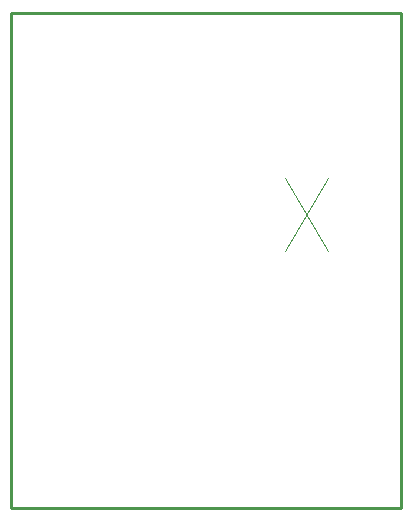
<source format=gbr>
%TF.GenerationSoftware,KiCad,Pcbnew,9.0.0*%
%TF.CreationDate,2025-10-09T14:40:46+01:00*%
%TF.ProjectId,OE PyBoard,4f452050-7942-46f6-9172-642e6b696361,rev?*%
%TF.SameCoordinates,Original*%
%TF.FileFunction,AssemblyDrawing,Bot*%
%FSLAX46Y46*%
G04 Gerber Fmt 4.6, Leading zero omitted, Abs format (unit mm)*
G04 Created by KiCad (PCBNEW 9.0.0) date 2025-10-09 14:40:46*
%MOMM*%
%LPD*%
G01*
G04 APERTURE LIST*
%ADD10C,0.100000*%
%TA.AperFunction,Profile*%
%ADD11C,0.230000*%
%TD*%
G04 APERTURE END LIST*
D10*
X148674600Y-108207400D02*
X152264600Y-114347400D01*
X148674600Y-114347400D02*
X152264600Y-108207400D01*
D11*
X125476000Y-94232000D02*
X158496000Y-94232000D01*
X158496000Y-136142000D01*
X125476000Y-136142000D01*
X125476000Y-94232000D01*
M02*

</source>
